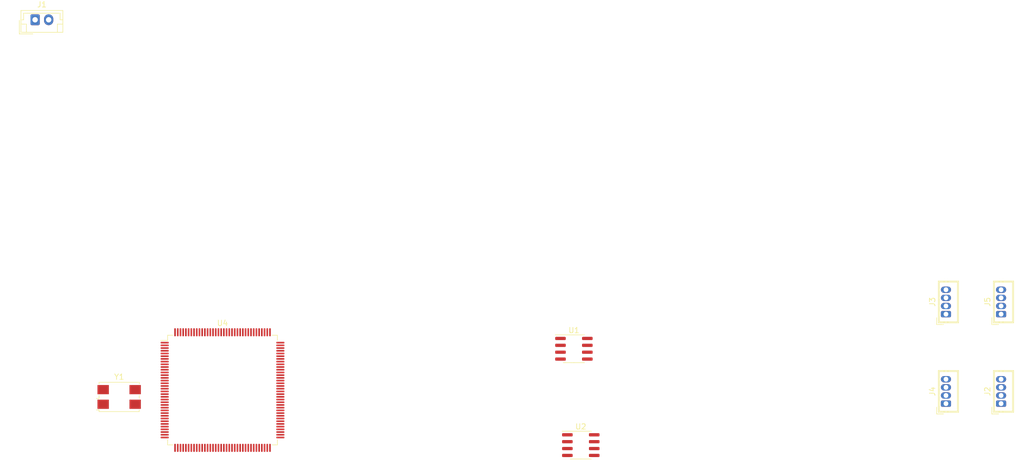
<source format=kicad_pcb>
(kicad_pcb (version 20211014) (generator pcbnew)
  (layers (0 "F.Cu" signal) (31 "B.Cu" signal) (34 "B.Paste" user) (35 "F.Paste" user) (36 "B.SilkS" user "B.Silkscreen") (37 "F.SilkS" user "F.Silkscreen") (38 "B.Mask" user) (39 "F.Mask" user) (44 "Edge.Cuts" user))
  (net 0 "")
  (net 1 "+5V")
  (net 3 "RCC_OSC_IN")
  (net 5 "Net-(R1-Pad1)")
  (net 6 "CAN_1_H")
  (net 7 "CAN_1_L")
  (net 8 "CAN1_RX")
  (net 9 "GND")
  (net 10 "CAN1_TX")
  (net 11 "Net-(R2-Pad1)")
  (net 12 "CAN_2_H")
  (net 13 "CAN_2_L")
  (net 14 "CAN2_RX")
  (net 15 "CAN2_TX")
  (net 31 "RCC_OSC_OUT")
  (net 38 "NRST")
  (net 145 "Net-(Y1-Pad1)")
  (net 146 "Net-(Y1-Pad3)")
  (footprint "Connector_Wuerth:Wuerth_WR-WTB_64800411622_1x04_P1.50mm_Vertical" (layer "F.Cu") (at 273.05 96.48 90)
    (fp_text reference "J5" (at 2.25 -2.5 90) (layer "F.SilkS"))
    (fp_text value "CAN_2")
    (fp_line (start -1.61 2.31) (end 6.11 2.31) (layer "F.SilkS") (width 0.12))
    (fp_line (start 6.11 -1.41) (end -1.61 -1.41) (layer "F.SilkS") (width 0.12))
    (fp_line (start -1.41 0.35) (end -1.41 2.11) (layer "F.SilkS") (width 0.12))
    (fp_line (start -1.41 -0.35) (end -1.41 0.35) (layer "F.SilkS") (width 0.12))
    (fp_line (start -1.41 0.35) (end -1.61 0.35) (layer "F.SilkS") (width 0.12))
    (fp_line (start 5.91 -1.21) (end 5.91 -0.35) (layer "F.SilkS") (width 0.12))
    (fp_line (start 5.91 0.35) (end 6.11 0.35) (layer "F.SilkS") (width 0.12))
    (fp_line (start -1.61 -0.35) (end -1.41 -0.35) (layer "F.SilkS") (width 0.12))
    (fp_line (start 5.91 -0.35) (end 5.91 0.35) (layer "F.SilkS") (width 0.12))
    (fp_line (start 5.91 2.11) (end 5.91 0.35) (layer "F.SilkS") (width 0.12))
    (fp_line (start -0.66 -1.71) (end -1.91 -1.71) (layer "F.SilkS") (width 0.12))
    (fp_line (start -1.91 -1.71) (end -1.91 -0.46) (layer "F.SilkS") (width 0.12))
    (fp_line (start -1.41 2.11) (end 5.91 2.11) (layer "F.SilkS") (width 0.12))
    (fp_line (start -1.41 -1.21) (end 5.91 -1.21) (layer "F.SilkS") (width 0.12))
    (fp_line (start -1.61 -1.41) (end -1.61 2.31) (layer "F.SilkS") (width 0.12))
    (fp_line (start 6.11 2.31) (end 6.11 -1.41) (layer "F.SilkS") (width 0.12))
    (fp_line (start -1.41 -0.35) (end -1.41 -1.21) (layer "F.SilkS") (width 0.12))
    (fp_line (start 5.91 -0.35) (end 6.11 -0.35) (layer "F.SilkS") (width 0.12))
    (pad "1" thru_hole roundrect (at 0 0 90) (size 1.17 1.87) (drill 0.87) (layers *.Cu *.Mask) (roundrect_rratio 0.213675) (net 1 "+5V"))
    (pad "2" thru_hole oval (at 1.5 0 90) (size 1.17 1.87) (drill 0.87) (layers *.Cu *.Mask) (net 12 "CAN_2_H"))
    (pad "3" thru_hole oval (at 3 0 90) (size 1.17 1.87) (drill 0.87) (layers *.Cu *.Mask) (net 13 "CAN_2_L"))
    (pad "4" thru_hole oval (at 4.5 0 90) (size 1.17 1.87) (drill 0.87) (layers *.Cu *.Mask) (net 9 "GND"))
  )
  (footprint "Connector_Wuerth:Wuerth_WR-WTB_64800411622_1x04_P1.50mm_Vertical" (layer "F.Cu") (at 273.05 112.99 90)
    (fp_text reference "J2" (at 2.25 -2.5 90) (layer "F.SilkS"))
    (fp_text value "CAN_1")
    (fp_line (start 6.11 2.31) (end 6.11 -1.41) (layer "F.SilkS") (width 0.12))
    (fp_line (start 6.11 -1.41) (end -1.61 -1.41) (layer "F.SilkS") (width 0.12))
    (fp_line (start -1.91 -1.71) (end -1.91 -0.46) (layer "F.SilkS") (width 0.12))
    (fp_line (start 5.91 0.35) (end 6.11 0.35) (layer "F.SilkS") (width 0.12))
    (fp_line (start -1.41 -1.21) (end 5.91 -1.21) (layer "F.SilkS") (width 0.12))
    (fp_line (start -1.61 -0.35) (end -1.41 -0.35) (layer "F.SilkS") (width 0.12))
    (fp_line (start -1.41 0.35) (end -1.41 2.11) (layer "F.SilkS") (width 0.12))
    (fp_line (start -1.61 2.31) (end 6.11 2.31) (layer "F.SilkS") (width 0.12))
    (fp_line (start 5.91 -1.21) (end 5.91 -0.35) (layer "F.SilkS") (width 0.12))
    (fp_line (start -1.61 -1.41) (end -1.61 2.31) (layer "F.SilkS") (width 0.12))
    (fp_line (start -1.41 2.11) (end 5.91 2.11) (layer "F.SilkS") (width 0.12))
    (fp_line (start -1.41 -0.35) (end -1.41 -1.21) (layer "F.SilkS") (width 0.12))
    (fp_line (start 5.91 -0.35) (end 5.91 0.35) (layer "F.SilkS") (width 0.12))
    (fp_line (start 5.91 2.11) (end 5.91 0.35) (layer "F.SilkS") (width 0.12))
    (fp_line (start -0.66 -1.71) (end -1.91 -1.71) (layer "F.SilkS") (width 0.12))
    (fp_line (start -1.41 -0.35) (end -1.41 0.35) (layer "F.SilkS") (width 0.12))
    (fp_line (start 5.91 -0.35) (end 6.11 -0.35) (layer "F.SilkS") (width 0.12))
    (fp_line (start -1.41 0.35) (end -1.61 0.35) (layer "F.SilkS") (width 0.12))
    (pad "1" thru_hole roundrect (at 0 0 90) (size 1.17 1.87) (drill 0.87) (layers *.Cu *.Mask) (roundrect_rratio 0.213675) (net 1 "+5V"))
    (pad "2" thru_hole oval (at 1.5 0 90) (size 1.17 1.87) (drill 0.87) (layers *.Cu *.Mask) (net 6 "CAN_1_H"))
    (pad "3" thru_hole oval (at 3 0 90) (size 1.17 1.87) (drill 0.87) (layers *.Cu *.Mask) (net 7 "CAN_1_L"))
    (pad "4" thru_hole oval (at 4.5 0 90) (size 1.17 1.87) (drill 0.87) (layers *.Cu *.Mask) (net 9 "GND"))
  )
  (footprint "Package_QFP:LQFP-144_20x20mm_P0.5mm" (layer "F.Cu") (at 129.54 110.49)
    (fp_text reference "U4" (at 0 -12.35) (layer "F.SilkS"))
    (fp_text value "STM32F446ZETx")
    (fp_line (start -10.11 10.11) (end -10.11 9.16) (layer "F.SilkS") (width 0.12))
    (fp_line (start -10.11 -10.11) (end -10.11 -9.16) (layer "F.SilkS") (width 0.12))
    (fp_line (start 10.11 -10.11) (end 10.11 -9.16) (layer "F.SilkS") (width 0.12))
    (fp_line (start 10.11 10.11) (end 10.11 9.16) (layer "F.SilkS") (width 0.12))
    (fp_line (start 9.16 -10.11) (end 10.11 -10.11) (layer "F.SilkS") (width 0.12))
    (fp_line (start -10.11 -9.16) (end -11.4 -9.16) (layer "F.SilkS") (width 0.12))
    (fp_line (start 9.16 10.11) (end 10.11 10.11) (layer "F.SilkS") (width 0.12))
    (fp_line (start -9.16 -10.11) (end -10.11 -10.11) (layer "F.SilkS") (width 0.12))
    (fp_line (start -9.16 10.11) (end -10.11 10.11) (layer "F.SilkS") (width 0.12))
    (pad "1" smd roundrect (at -10.6625 -8.75) (size 1.475 0.3) (layers "F.Cu" "F.Paste" "F.Mask"))
    (pad "2" smd roundrect (at -10.6625 -8.25) (size 1.475 0.3) (layers "F.Cu" "F.Paste" "F.Mask"))
    (pad "3" smd roundrect (at -10.6625 -7.75) (size 1.475 0.3) (layers "F.Cu" "F.Paste" "F.Mask"))
    (pad "4" smd roundrect (at -10.6625 -7.25) (size 1.475 0.3) (layers "F.Cu" "F.Paste" "F.Mask"))
    (pad "5" smd roundrect (at -10.6625 -6.75) (size 1.475 0.3) (layers "F.Cu" "F.Paste" "F.Mask"))
    (pad "6" smd roundrect (at -10.6625 -6.25) (size 1.475 0.3) (layers "F.Cu" "F.Paste" "F.Mask"))
    (pad "7" smd roundrect (at -10.6625 -5.75) (size 1.475 0.3) (layers "F.Cu" "F.Paste" "F.Mask"))
    (pad "8" smd roundrect (at -10.6625 -5.25) (size 1.475 0.3) (layers "F.Cu" "F.Paste" "F.Mask"))
    (pad "9" smd roundrect (at -10.6625 -4.75) (size 1.475 0.3) (layers "F.Cu" "F.Paste" "F.Mask"))
    (pad "10" smd roundrect (at -10.6625 -4.25) (size 1.475 0.3) (layers "F.Cu" "F.Paste" "F.Mask"))
    (pad "11" smd roundrect (at -10.6625 -3.75) (size 1.475 0.3) (layers "F.Cu" "F.Paste" "F.Mask"))
    (pad "12" smd roundrect (at -10.6625 -3.25) (size 1.475 0.3) (layers "F.Cu" "F.Paste" "F.Mask"))
    (pad "13" smd roundrect (at -10.6625 -2.75) (size 1.475 0.3) (layers "F.Cu" "F.Paste" "F.Mask"))
    (pad "14" smd roundrect (at -10.6625 -2.25) (size 1.475 0.3) (layers "F.Cu" "F.Paste" "F.Mask"))
    (pad "15" smd roundrect (at -10.6625 -1.75) (size 1.475 0.3) (layers "F.Cu" "F.Paste" "F.Mask"))
    (pad "16" smd roundrect (at -10.6625 -1.25) (size 1.475 0.3) (layers "F.Cu" "F.Paste" "F.Mask") (net 9 "GND"))
    (pad "17" smd roundrect (at -10.6625 -0.75) (size 1.475 0.3) (layers "F.Cu" "F.Paste" "F.Mask"))
    (pad "18" smd roundrect (at -10.6625 -0.25) (size 1.475 0.3) (layers "F.Cu" "F.Paste" "F.Mask"))
    (pad "19" smd roundrect (at -10.6625 0.25) (size 1.475 0.3) (layers "F.Cu" "F.Paste" "F.Mask"))
    (pad "20" smd roundrect (at -10.6625 0.75) (size 1.475 0.3) (layers "F.Cu" "F.Paste" "F.Mask"))
    (pad "21" smd roundrect (at -10.6625 1.25) (size 1.475 0.3) (layers "F.Cu" "F.Paste" "F.Mask"))
    (pad "22" smd roundrect (at -10.6625 1.75) (size 1.475 0.3) (layers "F.Cu" "F.Paste" "F.Mask"))
    (pad "23" smd roundrect (at -10.6625 2.25) (size 1.475 0.3) (layers "F.Cu" "F.Paste" "F.Mask") (net 3 "RCC_OSC_IN"))
    (pad "24" smd roundrect (at -10.6625 2.75) (size 1.475 0.3) (layers "F.Cu" "F.Paste" "F.Mask") (net 31 "RCC_OSC_OUT"))
    (pad "25" smd roundrect (at -10.6625 3.25) (size 1.475 0.3) (layers "F.Cu" "F.Paste" "F.Mask") (net 38 "NRST"))
    (pad "26" smd roundrect (at -10.6625 3.75) (size 1.475 0.3) (layers "F.Cu" "F.Paste" "F.Mask"))
    (pad "27" smd roundrect (at -10.6625 4.25) (size 1.475 0.3) (layers "F.Cu" "F.Paste" "F.Mask"))
    (pad "28" smd roundrect (at -10.6625 4.75) (size 1.475 0.3) (layers "F.Cu" "F.Paste" "F.Mask"))
    (pad "29" smd roundrect (at -10.6625 5.25) (size 1.475 0.3) (layers "F.Cu" "F.Paste" "F.Mask"))
    (pad "30" smd roundrect (at -10.6625 5.75) (size 1.475 0.3) (layers "F.Cu" "F.Paste" "F.Mask"))
    (pad "31" smd roundrect (at -10.6625 6.25) (size 1.475 0.3) (layers "F.Cu" "F.Paste" "F.Mask") (net 9 "GND"))
    (pad "32" smd roundrect (at -10.6625 6.75) (size 1.475 0.3) (layers "F.Cu" "F.Paste" "F.Mask"))
    (pad "33" smd roundrect (at -10.6625 7.25) (size 1.475 0.3) (layers "F.Cu" "F.Paste" "F.Mask"))
    (pad "34" smd roundrect (at -10.6625 7.75) (size 1.475 0.3) (layers "F.Cu" "F.Paste" "F.Mask"))
    (pad "35" smd roundrect (at -10.6625 8.25) (size 1.475 0.3) (layers "F.Cu" "F.Paste" "F.Mask"))
    (pad "36" smd roundrect (at -10.6625 8.75) (size 1.475 0.3) (layers "F.Cu" "F.Paste" "F.Mask"))
    (pad "37" smd roundrect (at -8.75 10.6625) (size 0.3 1.475) (layers "F.Cu" "F.Paste" "F.Mask"))
    (pad "38" smd roundrect (at -8.25 10.6625) (size 0.3 1.475) (layers "F.Cu" "F.Paste" "F.Mask") (net 9 "GND"))
    (pad "39" smd roundrect (at -7.75 10.6625) (size 0.3 1.475) (layers "F.Cu" "F.Paste" "F.Mask"))
    (pad "40" smd roundrect (at -7.25 10.6625) (size 0.3 1.475) (layers "F.Cu" "F.Paste" "F.Mask"))
    (pad "41" smd roundrect (at -6.75 10.6625) (size 0.3 1.475) (layers "F.Cu" "F.Paste" "F.Mask"))
    (pad "42" smd roundrect (at -6.25 10.6625) (size 0.3 1.475) (layers "F.Cu" "F.Paste" "F.Mask"))
    (pad "43" smd roundrect (at -5.75 10.6625) (size 0.3 1.475) (layers "F.Cu" "F.Paste" "F.Mask"))
    (pad "44" smd roundrect (at -5.25 10.6625) (size 0.3 1.475) (layers "F.Cu" "F.Paste" "F.Mask"))
    (pad "45" smd roundrect (at -4.75 10.6625) (size 0.3 1.475) (layers "F.Cu" "F.Paste" "F.Mask"))
    (pad "46" smd roundrect (at -4.25 10.6625) (size 0.3 1.475) (layers "F.Cu" "F.Paste" "F.Mask"))
    (pad "47" smd roundrect (at -3.75 10.6625) (size 0.3 1.475) (layers "F.Cu" "F.Paste" "F.Mask"))
    (pad "48" smd roundrect (at -3.25 10.6625) (size 0.3 1.475) (layers "F.Cu" "F.Paste" "F.Mask"))
    (pad "49" smd roundrect (at -2.75 10.6625) (size 0.3 1.475) (layers "F.Cu" "F.Paste" "F.Mask"))
    (pad "50" smd roundrect (at -2.25 10.6625) (size 0.3 1.475) (layers "F.Cu" "F.Paste" "F.Mask"))
    (pad "51" smd roundrect (at -1.75 10.6625) (size 0.3 1.475) (layers "F.Cu" "F.Paste" "F.Mask") (net 9 "GND"))
    (pad "52" smd roundrect (at -1.25 10.6625) (size 0.3 1.475) (layers "F.Cu" "F.Paste" "F.Mask"))
    (pad "53" smd roundrect (at -0.75 10.6625) (size 0.3 1.475) (layers "F.Cu" "F.Paste" "F.Mask"))
    (pad "54" smd roundrect (at -0.25 10.6625) (size 0.3 1.475) (layers "F.Cu" "F.Paste" "F.Mask"))
    (pad "55" smd roundrect (at 0.25 10.6625) (size 0.3 1.475) (layers "F.Cu" "F.Paste" "F.Mask"))
    (pad "56" smd roundrect (at 0.75 10.6625) (size 0.3 1.475) (layers "F.Cu" "F.Paste" "F.Mask"))
    (pad "57" smd roundrect (at 1.25 10.6625) (size 0.3 1.475) (layers "F.Cu" "F.Paste" "F.Mask"))
    (pad "58" smd roundrect (at 1.75 10.6625) (size 0.3 1.475) (layers "F.Cu" "F.Paste" "F.Mask"))
    (pad "59" smd roundrect (at 2.25 10.6625) (size 0.3 1.475) (layers "F.Cu" "F.Paste" "F.Mask"))
    (pad "60" smd roundrect (at 2.75 10.6625) (size 0.3 1.475) (layers "F.Cu" "F.Paste" "F.Mask"))
    (pad "61" smd roundrect (at 3.25 10.6625) (size 0.3 1.475) (layers "F.Cu" "F.Paste" "F.Mask") (net 9 "GND"))
    (pad "62" smd roundrect (at 3.75 10.6625) (size 0.3 1.475) (layers "F.Cu" "F.Paste" "F.Mask"))
    (pad "63" smd roundrect (at 4.25 10.6625) (size 0.3 1.475) (layers "F.Cu" "F.Paste" "F.Mask"))
    (pad "64" smd roundrect (at 4.75 10.6625) (size 0.3 1.475) (layers "F.Cu" "F.Paste" "F.Mask"))
    (pad "65" smd roundrect (at 5.25 10.6625) (size 0.3 1.475) (layers "F.Cu" "F.Paste" "F.Mask"))
    (pad "66" smd roundrect (at 5.75 10.6625) (size 0.3 1.475) (layers "F.Cu" "F.Paste" "F.Mask"))
    (pad "67" smd roundrect (at 6.25 10.6625) (size 0.3 1.475) (layers "F.Cu" "F.Paste" "F.Mask"))
    (pad "68" smd roundrect (at 6.75 10.6625) (size 0.3 1.475) (layers "F.Cu" "F.Paste" "F.Mask"))
    (pad "69" smd roundrect (at 7.25 10.6625) (size 0.3 1.475) (layers "F.Cu" "F.Paste" "F.Mask"))
    (pad "70" smd roundrect (at 7.75 10.6625) (size 0.3 1.475) (layers "F.Cu" "F.Paste" "F.Mask"))
    (pad "71" smd roundrect (at 8.25 10.6625) (size 0.3 1.475) (layers "F.Cu" "F.Paste" "F.Mask"))
    (pad "72" smd roundrect (at 8.75 10.6625) (size 0.3 1.475) (layers "F.Cu" "F.Paste" "F.Mask"))
    (pad "73" smd roundrect (at 10.6625 8.75) (size 1.475 0.3) (layers "F.Cu" "F.Paste" "F.Mask") (net 14 "CAN2_RX"))
    (pad "74" smd roundrect (at 10.6625 8.25) (size 1.475 0.3) (layers "F.Cu" "F.Paste" "F.Mask") (net 15 "CAN2_TX"))
    (pad "75" smd roundrect (at 10.6625 7.75) (size 1.475 0.3) (layers "F.Cu" "F.Paste" "F.Mask"))
    (pad "76" smd roundrect (at 10.6625 7.25) (size 1.475 0.3) (layers "F.Cu" "F.Paste" "F.Mask"))
    (pad "77" smd roundrect (at 10.6625 6.75) (size 1.475 0.3) (layers "F.Cu" "F.Paste" "F.Mask"))
    (pad "78" smd roundrect (at 10.6625 6.25) (size 1.475 0.3) (layers "F.Cu" "F.Paste" "F.Mask"))
    (pad "79" smd roundrect (at 10.6625 5.75) (size 1.475 0.3) (layers "F.Cu" "F.Paste" "F.Mask"))
    (pad "80" smd roundrect (at 10.6625 5.25) (size 1.475 0.3) (layers "F.Cu" "F.Paste" "F.Mask"))
    (pad "81" smd roundrect (at 10.6625 4.75) (size 1.475 0.3) (layers "F.Cu" "F.Paste" "F.Mask"))
    (pad "82" smd roundrect (at 10.6625 4.25) (size 1.475 0.3) (layers "F.Cu" "F.Paste" "F.Mask"))
    (pad "83" smd roundrect (at 10.6625 3.75) (size 1.475 0.3) (layers "F.Cu" "F.Paste" "F.Mask") (net 9 "GND"))
    (pad "84" smd roundrect (at 10.6625 3.25) (size 1.475 0.3) (layers "F.Cu" "F.Paste" "F.Mask"))
    (pad "85" smd roundrect (at 10.6625 2.75) (size 1.475 0.3) (layers "F.Cu" "F.Paste" "F.Mask"))
    (pad "86" smd roundrect (at 10.6625 2.25) (size 1.475 0.3) (layers "F.Cu" "F.Paste" "F.Mask"))
    (pad "87" smd roundrect (at 10.6625 1.75) (size 1.475 0.3) (layers "F.Cu" "F.Paste" "F.Mask"))
    (pad "88" smd roundrect (at 10.6625 1.25) (size 1.475 0.3) (layers "F.Cu" "F.Paste" "F.Mask"))
    (pad "89" smd roundrect (at 10.6625 0.75) (size 1.475 0.3) (layers "F.Cu" "F.Paste" "F.Mask"))
    (pad "90" smd roundrect (at 10.6625 0.25) (size 1.475 0.3) (layers "F.Cu" "F.Paste" "F.Mask"))
    (pad "91" smd roundrect (at 10.6625 -0.25) (size 1.475 0.3) (layers "F.Cu" "F.Paste" "F.Mask"))
    (pad "92" smd roundrect (at 10.6625 -0.75) (size 1.475 0.3) (layers "F.Cu" "F.Paste" "F.Mask"))
    (pad "93" smd roundrect (at 10.6625 -1.25) (size 1.475 0.3) (layers "F.Cu" "F.Paste" "F.Mask"))
    (pad "94" smd roundrect (at 10.6625 -1.75) (size 1.475 0.3) (layers "F.Cu" "F.Paste" "F.Mask") (net 9 "GND"))
    (pad "95" smd roundrect (at 10.6625 -2.25) (size 1.475 0.3) (layers "F.Cu" "F.Paste" "F.Mask"))
    (pad "96" smd roundrect (at 10.6625 -2.75) (size 1.475 0.3) (layers "F.Cu" "F.Paste" "F.Mask"))
    (pad "97" smd roundrect (at 10.6625 -3.25) (size 1.475 0.3) (layers "F.Cu" "F.Paste" "F.Mask"))
    (pad "98" smd roundrect (at 10.6625 -3.75) (size 1.475 0.3) (layers "F.Cu" "F.Paste" "F.Mask"))
    (pad "99" smd roundrect (at 10.6625 -4.25) (size 1.475 0.3) (layers "F.Cu" "F.Paste" "F.Mask"))
    (pad "100" smd roundrect (at 10.6625 -4.75) (size 1.475 0.3) (layers "F.Cu" "F.Paste" "F.Mask"))
    (pad "101" smd roundrect (at 10.6625 -5.25) (size 1.475 0.3) (layers "F.Cu" "F.Paste" "F.Mask"))
    (pad "102" smd roundrect (at 10.6625 -5.75) (size 1.475 0.3) (layers "F.Cu" "F.Paste" "F.Mask"))
    (pad "103" smd roundrect (at 10.6625 -6.25) (size 1.475 0.3) (layers "F.Cu" "F.Paste" "F.Mask") (net 8 "CAN1_RX"))
    (pad "104" smd roundrect (at 10.6625 -6.75) (size 1.475 0.3) (layers "F.Cu" "F.Paste" "F.Mask") (net 10 "CAN1_TX"))
    (pad "105" smd roundrect (at 10.6625 -7.25) (size 1.475 0.3) (layers "F.Cu" "F.Paste" "F.Mask"))
    (pad "106" smd roundrect (at 10.6625 -7.75) (size 1.475 0.3) (layers "F.Cu" "F.Paste" "F.Mask"))
    (pad "107" smd roundrect (at 10.6625 -8.25) (size 1.475 0.3) (layers "F.Cu" "F.Paste" "F.Mask") (net 9 "GND"))
    (pad "108" smd roundrect (at 10.6625 -8.75) (size 1.475 0.3) (layers "F.Cu" "F.Paste" "F.Mask"))
    (pad "109" smd roundrect (at 8.75 -10.6625) (size 0.3 1.475) (layers "F.Cu" "F.Paste" "F.Mask"))
    (pad "110" smd roundrect (at 8.25 -10.6625) (size 0.3 1.475) (layers "F.Cu" "F.Paste" "F.Mask"))
    (pad "111" smd roundrect (at 7.75 -10.6625) (size 0.3 1.475) (layers "F.Cu" "F.Paste" "F.Mask"))
    (pad "112" smd roundrect (at 7.25 -10.6625) (size 0.3 1.475) (layers "F.Cu" "F.Paste" "F.Mask"))
    (pad "113" smd roundrect (at 6.75 -10.6625) (size 0.3 1.475) (layers "F.Cu" "F.Paste" "F.Mask"))
    (pad "114" smd roundrect (at 6.25 -10.6625) (size 0.3 1.475) (layers "F.Cu" "F.Paste" "F.Mask"))
    (pad "115" smd roundrect (at 5.75 -10.6625) (size 0.3 1.475) (layers "F.Cu" "F.Paste" "F.Mask"))
    (pad "116" smd roundrect (at 5.25 -10.6625) (size 0.3 1.475) (layers "F.Cu" "F.Paste" "F.Mask"))
    (pad "117" smd roundrect (at 4.75 -10.6625) (size 0.3 1.475) (layers "F.Cu" "F.Paste" "F.Mask"))
    (pad "118" smd roundrect (at 4.25 -10.6625) (size 0.3 1.475) (layers "F.Cu" "F.Paste" "F.Mask"))
    (pad "119" smd roundrect (at 3.75 -10.6625) (size 0.3 1.475) (layers "F.Cu" "F.Paste" "F.Mask"))
    (pad "120" smd roundrect (at 3.25 -10.6625) (size 0.3 1.475) (layers "F.Cu" "F.Paste" "F.Mask") (net 9 "GND"))
    (pad "121" smd roundrect (at 2.75 -10.6625) (size 0.3 1.475) (layers "F.Cu" "F.Paste" "F.Mask"))
    (pad "122" smd roundrect (at 2.25 -10.6625) (size 0.3 1.475) (layers "F.Cu" "F.Paste" "F.Mask"))
    (pad "123" smd roundrect (at 1.75 -10.6625) (size 0.3 1.475) (layers "F.Cu" "F.Paste" "F.Mask"))
    (pad "124" smd roundrect (at 1.25 -10.6625) (size 0.3 1.475) (layers "F.Cu" "F.Paste" "F.Mask"))
    (pad "125" smd roundrect (at 0.75 -10.6625) (size 0.3 1.475) (layers "F.Cu" "F.Paste" "F.Mask"))
    (pad "126" smd roundrect (at 0.25 -10.6625) (size 0.3 1.475) (layers "F.Cu" "F.Paste" "F.Mask"))
    (pad "127" smd roundrect (at -0.25 -10.6625) (size 0.3 1.475) (layers "F.Cu" "F.Paste" "F.Mask"))
    (pad "128" smd roundrect (at -0.75 -10.6625) (size 0.3 1.475) (layers "F.Cu" "F.Paste" "F.Mask"))
    (pad "129" smd roundrect (at -1.25 -10.6625) (size 0.3 1.475) (layers "F.Cu" "F.Paste" "F.Mask"))
    (pad "130" smd roundrect (at -1.75 -10.6625) (size 0.3 1.475) (layers "F.Cu" "F.Paste" "F.Mask") (net 9 "GND"))
    (pad "131" smd roundrect (at -2.25 -10.6625) (size 0.3 1.475) (layers "F.Cu" "F.Paste" "F.Mask"))
    (pad "132" smd roundrect (at -2.75 -10.6625) (size 0.3 1.475) (layers "F.Cu" "F.Paste" "F.Mask"))
    (pad "133" smd roundrect (at -3.25 -10.6625) (size 0.3 1.475) (layers "F.Cu" "F.Paste" "F.Mask"))
    (pad "134" smd roundrect (at -3.75 -10.6625) (size 0.3 1.475) (layers "F.Cu" "F.Paste" "F.Mask"))
    (pad "135" smd roundrect (at -4.25 -10.6625) (size 0.3 1.475) (layers "F.Cu" "F.Paste" "F.Mask"))
    (pad "136" smd roundrect (at -4.75 -10.6625) (size 0.3 1.475) (layers "F.Cu" "F.Paste" "F.Mask"))
    (pad "137" smd roundrect (at -5.25 -10.6625) (size 0.3 1.475) (layers "F.Cu" "F.Paste" "F.Mask"))
    (pad "138" smd roundrect (at -5.75 -10.6625) (size 0.3 1.475) (layers "F.Cu" "F.Paste" "F.Mask"))
    (pad "139" smd roundrect (at -6.25 -10.6625) (size 0.3 1.475) (layers "F.Cu" "F.Paste" "F.Mask"))
    (pad "140" smd roundrect (at -6.75 -10.6625) (size 0.3 1.475) (layers "F.Cu" "F.Paste" "F.Mask"))
    (pad "141" smd roundrect (at -7.25 -10.6625) (size 0.3 1.475) (layers "F.Cu" "F.Paste" "F.Mask"))
    (pad "142" smd roundrect (at -7.75 -10.6625) (size 0.3 1.475) (layers "F.Cu" "F.Paste" "F.Mask"))
    (pad "143" smd roundrect (at -8.25 -10.6625) (size 0.3 1.475) (layers "F.Cu" "F.Paste" "F.Mask"))
    (pad "144" smd roundrect (at -8.75 -10.6625) (size 0.3 1.475) (layers "F.Cu" "F.Paste" "F.Mask"))
  )
  (footprint "Connector_JST:JST_EH_B2B-EH-A_1x02_P2.50mm_Vertical" (layer "F.Cu") (at 94.996 42.164)
    (fp_text reference "J1" (at 1.25 -2.8) (layer "F.SilkS"))
    (fp_text value "Conn_01x02_Female")
    (fp_line (start 5.11 0.81) (end 4.11 0.81) (layer "F.SilkS") (width 0.12))
    (fp_line (start -2.61 0.81) (end -1.61 0.81) (layer "F.SilkS") (width 0.12))
    (fp_line (start -2.91 0.11) (end -2.91 2.61) (layer "F.SilkS") (width 0.12))
    (fp_line (start -2.11 0) (end -2.11 -1.21) (layer "F.SilkS") (width 0.12))
    (fp_line (start 5.11 2.31) (end 5.11 -1.71) (layer "F.SilkS") (width 0.12))
    (fp_line (start 5.11 -1.71) (end -2.61 -1.71) (layer "F.SilkS") (width 0.12))
    (fp_line (start -2.91 2.61) (end -0.41 2.61) (layer "F.SilkS") (width 0.12))
    (fp_line (start -2.11 -1.21) (end 4.61 -1.21) (layer "F.SilkS") (width 0.12))
    (fp_line (start -1.61 0.81) (end -1.61 2.31) (layer "F.SilkS") (width 0.12))
    (fp_line (start -2.61 2.31) (end 5.11 2.31) (layer "F.SilkS") (width 0.12))
    (fp_line (start -2.61 0) (end -2.11 0) (layer "F.SilkS") (width 0.12))
    (fp_line (start 4.61 0) (end 5.11 0) (layer "F.SilkS") (width 0.12))
    (fp_line (start 4.61 -1.21) (end 4.61 0) (layer "F.SilkS") (width 0.12))
    (fp_line (start -2.61 -1.71) (end -2.61 2.31) (layer "F.SilkS") (width 0.12))
    (fp_line (start 4.11 0.81) (end 4.11 2.31) (layer "F.SilkS") (width 0.12))
    (pad "1" thru_hole roundrect (at 0 0) (size 1.7 2) (drill 1) (layers *.Cu *.Mask) (roundrect_rratio 0.147059) (net 9 "GND"))
    (pad "2" thru_hole oval (at 2.5 0) (size 1.7 2) (drill 1) (layers *.Cu *.Mask) (net 1 "+5V"))
  )
  (footprint "Crystal:Crystal_SMD_7050-4Pin_7.0x5.0mm" (layer "F.Cu") (at 110.49 111.76)
    (fp_text reference "Y1" (at 0 -3.7) (layer "F.SilkS"))
    (fp_text value "Crystal_GND2")
    (fp_line (start -3.7 -2.7) (end 3.7 -2.7) (layer "F.SilkS") (width 0.12))
    (fp_line (start 3.7 -0.3) (end 3.7 0.3) (layer "F.SilkS") (width 0.12))
    (fp_line (start 3.7 2.7) (end 3.7 2.4) (layer "F.SilkS") (width 0.12))
    (fp_line (start 3.7 -2.7) (end 3.7 -2.4) (layer "F.SilkS") (width 0.12))
    (fp_line (start -4.2 0.3) (end -3.7 0.3) (layer "F.SilkS") (width 0.12))
    (fp_line (start -4.2 2.4) (end -3.7 2.4) (layer "F.SilkS") (width 0.12))
    (fp_line (start -3.7 0.3) (end -3.7 -0.3) (layer "F.SilkS") (width 0.12))
    (fp_line (start -3.7 -2.4) (end -3.7 -2.7) (layer "F.SilkS") (width 0.12))
    (fp_line (start -3.7 2.7) (end 3.7 2.7) (layer "F.SilkS") (width 0.12))
    (fp_line (start -3.7 2.4) (end -3.7 2.7) (layer "F.SilkS") (width 0.12))
    (pad "1" smd rect (at -2.95 1.35) (size 2.1 1.7) (layers "F.Cu" "F.Paste" "F.Mask") (net 145 "Net-(Y1-Pad1)"))
    (pad "2" smd rect (at 2.95 1.35) (size 2.1 1.7) (layers "F.Cu" "F.Paste" "F.Mask") (net 9 "GND"))
    (pad "3" smd rect (at 2.95 -1.35) (size 2.1 1.7) (layers "F.Cu" "F.Paste" "F.Mask") (net 146 "Net-(Y1-Pad3)"))
    (pad "4" smd rect (at -2.95 -1.35) (size 2.1 1.7) (layers "F.Cu" "F.Paste" "F.Mask") (net 9 "GND"))
  )
  (footprint "Connector_Wuerth:Wuerth_WR-WTB_64800411622_1x04_P1.50mm_Vertical" (layer "F.Cu") (at 262.89 112.99 90)
    (fp_text reference "J4" (at 2.25 -2.5 90) (layer "F.SilkS"))
    (fp_text value "CAN_1")
    (fp_line (start 6.11 -1.41) (end -1.61 -1.41) (layer "F.SilkS") (width 0.12))
    (fp_line (start -1.91 -1.71) (end -1.91 -0.46) (layer "F.SilkS") (width 0.12))
    (fp_line (start -1.61 -0.35) (end -1.41 -0.35) (layer "F.SilkS") (width 0.12))
    (fp_line (start -1.41 -0.35) (end -1.41 -1.21) (layer "F.SilkS") (width 0.12))
    (fp_line (start -1.61 2.31) (end 6.11 2.31) (layer "F.SilkS") (width 0.12))
    (fp_line (start -1.41 2.11) (end 5.91 2.11) (layer "F.SilkS") (width 0.12))
    (fp_line (start -1.41 -0.35) (end -1.41 0.35) (layer "F.SilkS") (width 0.12))
    (fp_line (start 6.11 2.31) (end 6.11 -1.41) (layer "F.SilkS") (width 0.12))
    (fp_line (start -1.41 0.35) (end -1.41 2.11) (layer "F.SilkS") (width 0.12))
    (fp_line (start -1.41 -1.21) (end 5.91 -1.21) (layer "F.SilkS") (width 0.12))
    (fp_line (start -0.66 -1.71) (end -1.91 -1.71) (layer "F.SilkS") (width 0.12))
    (fp_line (start -1.41 0.35) (end -1.61 0.35) (layer "F.SilkS") (width 0.12))
    (fp_line (start 5.91 -0.35) (end 5.91 0.35) (layer "F.SilkS") (width 0.12))
    (fp_line (start 5.91 -0.35) (end 6.11 -0.35) (layer "F.SilkS") (width 0.12))
    (fp_line (start 5.91 2.11) (end 5.91 0.35) (layer "F.SilkS") (width 0.12))
    (fp_line (start 5.91 -1.21) (end 5.91 -0.35) (layer "F.SilkS") (width 0.12))
    (fp_line (start -1.61 -1.41) (end -1.61 2.31) (layer "F.SilkS") (width 0.12))
    (fp_line (start 5.91 0.35) (end 6.11 0.35) (layer "F.SilkS") (width 0.12))
    (pad "1" thru_hole roundrect (at 0 0 90) (size 1.17 1.87) (drill 0.87) (layers *.Cu *.Mask) (roundrect_rratio 0.213675) (net 1 "+5V"))
    (pad "2" thru_hole oval (at 1.5 0 90) (size 1.17 1.87) (drill 0.87) (layers *.Cu *.Mask) (net 6 "CAN_1_H"))
    (pad "3" thru_hole oval (at 3 0 90) (size 1.17 1.87) (drill 0.87) (layers *.Cu *.Mask) (net 7 "CAN_1_L"))
    (pad "4" thru_hole oval (at 4.5 0 90) (size 1.17 1.87) (drill 0.87) (layers *.Cu *.Mask) (net 9 "GND"))
  )
  (footprint "Package_SO:SOIC-8_3.9x4.9mm_P1.27mm" (layer "F.Cu") (at 194.31 102.87)
    (fp_text reference "U1" (at 0 -3.4) (layer "F.SilkS"))
    (fp_text value "MCP2551-I-SN")
    (fp_line (start 0 -2.56) (end -3.45 -2.56) (layer "F.SilkS") (width 0.12))
    (fp_line (start 0 -2.56) (end 1.95 -2.56) (layer "F.SilkS") (width 0.12))
    (fp_line (start 0 2.56) (end 1.95 2.56) (layer "F.SilkS") (width 0.12))
    (fp_line (start 0 2.56) (end -1.95 2.56) (layer "F.SilkS") (width 0.12))
    (pad "1" smd roundrect (at -2.475 -1.905) (size 1.95 0.6) (layers "F.Cu" "F.Paste" "F.Mask") (net 10 "CAN1_TX"))
    (pad "2" smd roundrect (at -2.475 -0.635) (size 1.95 0.6) (layers "F.Cu" "F.Paste" "F.Mask") (net 9 "GND"))
    (pad "3" smd roundrect (at -2.475 0.635) (size 1.95 0.6) (layers "F.Cu" "F.Paste" "F.Mask") (net 1 "+5V"))
    (pad "4" smd roundrect (at -2.475 1.905) (size 1.95 0.6) (layers "F.Cu" "F.Paste" "F.Mask") (net 8 "CAN1_RX"))
    (pad "5" smd roundrect (at 2.475 1.905) (size 1.95 0.6) (layers "F.Cu" "F.Paste" "F.Mask"))
    (pad "6" smd roundrect (at 2.475 0.635) (size 1.95 0.6) (layers "F.Cu" "F.Paste" "F.Mask") (net 7 "CAN_1_L"))
    (pad "7" smd roundrect (at 2.475 -0.635) (size 1.95 0.6) (layers "F.Cu" "F.Paste" "F.Mask") (net 6 "CAN_1_H"))
    (pad "8" smd roundrect (at 2.475 -1.905) (size 1.95 0.6) (layers "F.Cu" "F.Paste" "F.Mask") (net 5 "Net-(R1-Pad1)"))
  )
  (footprint "Connector_Wuerth:Wuerth_WR-WTB_64800411622_1x04_P1.50mm_Vertical" (layer "F.Cu") (at 262.89 96.48 90)
    (fp_text reference "J3" (at 2.25 -2.5 90) (layer "F.SilkS"))
    (fp_text value "CAN_2")
    (fp_line (start -1.41 -0.35) (end -1.41 -1.21) (layer "F.SilkS") (width 0.12))
    (fp_line (start -1.91 -1.71) (end -1.91 -0.46) (layer "F.SilkS") (width 0.12))
    (fp_line (start 5.91 -0.35) (end 6.11 -0.35) (layer "F.SilkS") (width 0.12))
    (fp_line (start -1.61 -0.35) (end -1.41 -0.35) (layer "F.SilkS") (width 0.12))
    (fp_line (start -1.41 0.35) (end -1.41 2.11) (layer "F.SilkS") (width 0.12))
    (fp_line (start -1.61 -1.41) (end -1.61 2.31) (layer "F.SilkS") (width 0.12))
    (fp_line (start 5.91 0.35) (end 6.11 0.35) (layer "F.SilkS") (width 0.12))
    (fp_line (start 5.91 -1.21) (end 5.91 -0.35) (layer "F.SilkS") (width 0.12))
    (fp_line (start 5.91 2.11) (end 5.91 0.35) (layer "F.SilkS") (width 0.12))
    (fp_line (start -1.41 -1.21) (end 5.91 -1.21) (layer "F.SilkS") (width 0.12))
    (fp_line (start 6.11 2.31) (end 6.11 -1.41) (layer "F.SilkS") (width 0.12))
    (fp_line (start 6.11 -1.41) (end -1.61 -1.41) (layer "F.SilkS") (width 0.12))
    (fp_line (start -1.61 2.31) (end 6.11 2.31) (layer "F.SilkS") (width 0.12))
    (fp_line (start 5.91 -0.35) (end 5.91 0.35) (layer "F.SilkS") (width 0.12))
    (fp_line (start -1.41 -0.35) (end -1.41 0.35) (layer "F.SilkS") (width 0.12))
    (fp_line (start -1.41 0.35) (end -1.61 0.35) (layer "F.SilkS") (width 0.12))
    (fp_line (start -0.66 -1.71) (end -1.91 -1.71) (layer "F.SilkS") (width 0.12))
    (fp_line (start -1.41 2.11) (end 5.91 2.11) (layer "F.SilkS") (width 0.12))
    (pad "1" thru_hole roundrect (at 0 0 90) (size 1.17 1.87) (drill 0.87) (layers *.Cu *.Mask) (roundrect_rratio 0.213675) (net 1 "+5V"))
    (pad "2" thru_hole oval (at 1.5 0 90) (size 1.17 1.87) (drill 0.87) (layers *.Cu *.Mask) (net 12 "CAN_2_H"))
    (pad "3" thru_hole oval (at 3 0 90) (size 1.17 1.87) (drill 0.87) (layers *.Cu *.Mask) (net 13 "CAN_2_L"))
    (pad "4" thru_hole oval (at 4.5 0 90) (size 1.17 1.87) (drill 0.87) (layers *.Cu *.Mask) (net 9 "GND"))
  )
  (footprint "Package_SO:SOIC-8_3.9x4.9mm_P1.27mm" (layer "F.Cu") (at 195.58 120.65)
    (fp_text reference "U2" (at 0 -3.4) (layer "F.SilkS"))
    (fp_text value "MCP2551-I-SN")
    (fp_line (start 0 2.56) (end -1.95 2.56) (layer "F.SilkS") (width 0.12))
    (fp_line (start 0 -2.56) (end -3.45 -2.56) (layer "F.SilkS") (width 0.12))
    (fp_line (start 0 -2.56) (end 1.95 -2.56) (layer "F.SilkS") (width 0.12))
    (fp_line (start 0 2.56) (end 1.95 2.56) (layer "F.SilkS") (width 0.12))
    (pad "1" smd roundrect (at -2.475 -1.905) (size 1.95 0.6) (layers "F.Cu" "F.Paste" "F.Mask") (net 15 "CAN2_TX"))
    (pad "2" smd roundrect (at -2.475 -0.635) (size 1.95 0.6) (layers "F.Cu" "F.Paste" "F.Mask") (net 9 "GND"))
    (pad "3" smd roundrect (at -2.475 0.635) (size 1.95 0.6) (layers "F.Cu" "F.Paste" "F.Mask") (net 1 "+5V"))
    (pad "4" smd roundrect (at -2.475 1.905) (size 1.95 0.6) (layers "F.Cu" "F.Paste" "F.Mask") (net 14 "CAN2_RX"))
    (pad "5" smd roundrect (at 2.475 1.905) (size 1.95 0.6) (layers "F.Cu" "F.Paste" "F.Mask"))
    (pad "6" smd roundrect (at 2.475 0.635) (size 1.95 0.6) (layers "F.Cu" "F.Paste" "F.Mask") (net 13 "CAN_2_L"))
    (pad "7" smd roundrect (at 2.475 -0.635) (size 1.95 0.6) (layers "F.Cu" "F.Paste" "F.Mask") (net 12 "CAN_2_H"))
    (pad "8" smd roundrect (at 2.475 -1.905) (size 1.95 0.6) (layers "F.Cu" "F.Paste" "F.Mask") (net 11 "Net-(R2-Pad1)"))
  )
)
</source>
